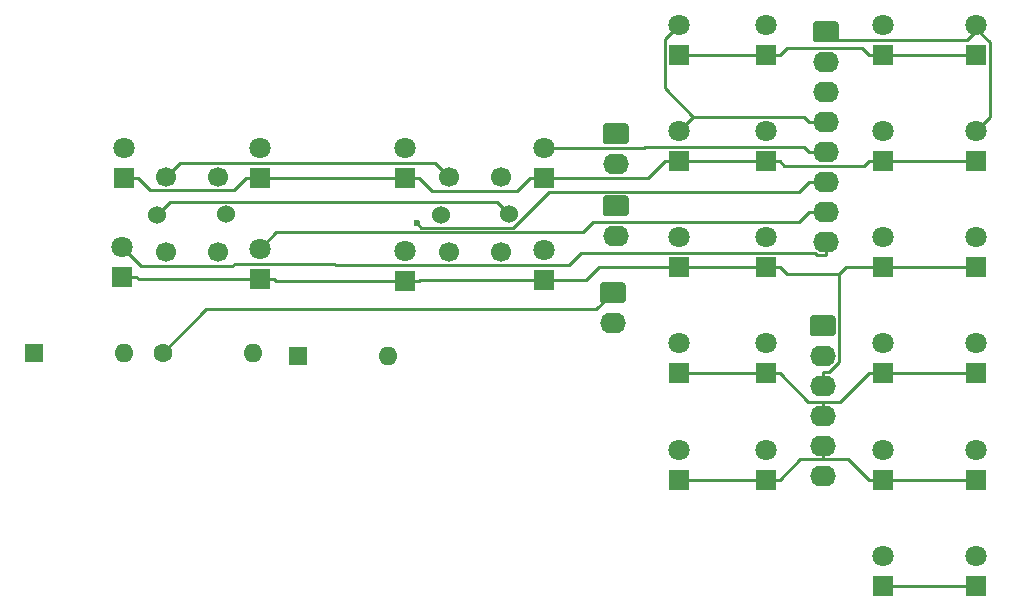
<source format=gbr>
G04 #@! TF.GenerationSoftware,KiCad,Pcbnew,(5.1.5-0-10_14)*
G04 #@! TF.CreationDate,2020-07-26T13:08:41+10:00*
G04 #@! TF.ProjectId,EWI_Left,4557495f-4c65-4667-942e-6b696361645f,-*
G04 #@! TF.SameCoordinates,Original*
G04 #@! TF.FileFunction,Copper,L1,Top*
G04 #@! TF.FilePolarity,Positive*
%FSLAX46Y46*%
G04 Gerber Fmt 4.6, Leading zero omitted, Abs format (unit mm)*
G04 Created by KiCad (PCBNEW (5.1.5-0-10_14)) date 2020-07-26 13:08:41*
%MOMM*%
%LPD*%
G04 APERTURE LIST*
%ADD10O,2.200000X1.740000*%
%ADD11C,0.100000*%
%ADD12O,1.600000X1.600000*%
%ADD13R,1.600000X1.600000*%
%ADD14C,1.524000*%
%ADD15C,1.700000*%
%ADD16C,1.600000*%
%ADD17C,1.800000*%
%ADD18R,1.800000X1.800000*%
%ADD19C,0.600000*%
%ADD20C,0.228600*%
G04 APERTURE END LIST*
D10*
X103786000Y-56588000D03*
G04 #@! TA.AperFunction,ComponentPad*
D11*
G36*
X104660505Y-53179204D02*
G01*
X104684773Y-53182804D01*
X104708572Y-53188765D01*
X104731671Y-53197030D01*
X104753850Y-53207520D01*
X104774893Y-53220132D01*
X104794599Y-53234747D01*
X104812777Y-53251223D01*
X104829253Y-53269401D01*
X104843868Y-53289107D01*
X104856480Y-53310150D01*
X104866970Y-53332329D01*
X104875235Y-53355428D01*
X104881196Y-53379227D01*
X104884796Y-53403495D01*
X104886000Y-53427999D01*
X104886000Y-54668001D01*
X104884796Y-54692505D01*
X104881196Y-54716773D01*
X104875235Y-54740572D01*
X104866970Y-54763671D01*
X104856480Y-54785850D01*
X104843868Y-54806893D01*
X104829253Y-54826599D01*
X104812777Y-54844777D01*
X104794599Y-54861253D01*
X104774893Y-54875868D01*
X104753850Y-54888480D01*
X104731671Y-54898970D01*
X104708572Y-54907235D01*
X104684773Y-54913196D01*
X104660505Y-54916796D01*
X104636001Y-54918000D01*
X102935999Y-54918000D01*
X102911495Y-54916796D01*
X102887227Y-54913196D01*
X102863428Y-54907235D01*
X102840329Y-54898970D01*
X102818150Y-54888480D01*
X102797107Y-54875868D01*
X102777401Y-54861253D01*
X102759223Y-54844777D01*
X102742747Y-54826599D01*
X102728132Y-54806893D01*
X102715520Y-54785850D01*
X102705030Y-54763671D01*
X102696765Y-54740572D01*
X102690804Y-54716773D01*
X102687204Y-54692505D01*
X102686000Y-54668001D01*
X102686000Y-53427999D01*
X102687204Y-53403495D01*
X102690804Y-53379227D01*
X102696765Y-53355428D01*
X102705030Y-53332329D01*
X102715520Y-53310150D01*
X102728132Y-53289107D01*
X102742747Y-53269401D01*
X102759223Y-53251223D01*
X102777401Y-53234747D01*
X102797107Y-53220132D01*
X102818150Y-53207520D01*
X102840329Y-53197030D01*
X102863428Y-53188765D01*
X102887227Y-53182804D01*
X102911495Y-53179204D01*
X102935999Y-53178000D01*
X104636001Y-53178000D01*
X104660505Y-53179204D01*
G37*
G04 #@! TD.AperFunction*
D10*
X103786000Y-50492000D03*
G04 #@! TA.AperFunction,ComponentPad*
D11*
G36*
X104660505Y-47083204D02*
G01*
X104684773Y-47086804D01*
X104708572Y-47092765D01*
X104731671Y-47101030D01*
X104753850Y-47111520D01*
X104774893Y-47124132D01*
X104794599Y-47138747D01*
X104812777Y-47155223D01*
X104829253Y-47173401D01*
X104843868Y-47193107D01*
X104856480Y-47214150D01*
X104866970Y-47236329D01*
X104875235Y-47259428D01*
X104881196Y-47283227D01*
X104884796Y-47307495D01*
X104886000Y-47331999D01*
X104886000Y-48572001D01*
X104884796Y-48596505D01*
X104881196Y-48620773D01*
X104875235Y-48644572D01*
X104866970Y-48667671D01*
X104856480Y-48689850D01*
X104843868Y-48710893D01*
X104829253Y-48730599D01*
X104812777Y-48748777D01*
X104794599Y-48765253D01*
X104774893Y-48779868D01*
X104753850Y-48792480D01*
X104731671Y-48802970D01*
X104708572Y-48811235D01*
X104684773Y-48817196D01*
X104660505Y-48820796D01*
X104636001Y-48822000D01*
X102935999Y-48822000D01*
X102911495Y-48820796D01*
X102887227Y-48817196D01*
X102863428Y-48811235D01*
X102840329Y-48802970D01*
X102818150Y-48792480D01*
X102797107Y-48779868D01*
X102777401Y-48765253D01*
X102759223Y-48748777D01*
X102742747Y-48730599D01*
X102728132Y-48710893D01*
X102715520Y-48689850D01*
X102705030Y-48667671D01*
X102696765Y-48644572D01*
X102690804Y-48620773D01*
X102687204Y-48596505D01*
X102686000Y-48572001D01*
X102686000Y-47331999D01*
X102687204Y-47307495D01*
X102690804Y-47283227D01*
X102696765Y-47259428D01*
X102705030Y-47236329D01*
X102715520Y-47214150D01*
X102728132Y-47193107D01*
X102742747Y-47173401D01*
X102759223Y-47155223D01*
X102777401Y-47138747D01*
X102797107Y-47124132D01*
X102818150Y-47111520D01*
X102840329Y-47101030D01*
X102863428Y-47092765D01*
X102887227Y-47086804D01*
X102911495Y-47083204D01*
X102935999Y-47082000D01*
X104636001Y-47082000D01*
X104660505Y-47083204D01*
G37*
G04 #@! TD.AperFunction*
D10*
X121566000Y-57096000D03*
X121566000Y-54556000D03*
X121566000Y-52016000D03*
X121566000Y-49476000D03*
X121566000Y-46936000D03*
X121566000Y-44396000D03*
X121566000Y-41856000D03*
G04 #@! TA.AperFunction,ComponentPad*
D11*
G36*
X122440505Y-38447204D02*
G01*
X122464773Y-38450804D01*
X122488572Y-38456765D01*
X122511671Y-38465030D01*
X122533850Y-38475520D01*
X122554893Y-38488132D01*
X122574599Y-38502747D01*
X122592777Y-38519223D01*
X122609253Y-38537401D01*
X122623868Y-38557107D01*
X122636480Y-38578150D01*
X122646970Y-38600329D01*
X122655235Y-38623428D01*
X122661196Y-38647227D01*
X122664796Y-38671495D01*
X122666000Y-38695999D01*
X122666000Y-39936001D01*
X122664796Y-39960505D01*
X122661196Y-39984773D01*
X122655235Y-40008572D01*
X122646970Y-40031671D01*
X122636480Y-40053850D01*
X122623868Y-40074893D01*
X122609253Y-40094599D01*
X122592777Y-40112777D01*
X122574599Y-40129253D01*
X122554893Y-40143868D01*
X122533850Y-40156480D01*
X122511671Y-40166970D01*
X122488572Y-40175235D01*
X122464773Y-40181196D01*
X122440505Y-40184796D01*
X122416001Y-40186000D01*
X120715999Y-40186000D01*
X120691495Y-40184796D01*
X120667227Y-40181196D01*
X120643428Y-40175235D01*
X120620329Y-40166970D01*
X120598150Y-40156480D01*
X120577107Y-40143868D01*
X120557401Y-40129253D01*
X120539223Y-40112777D01*
X120522747Y-40094599D01*
X120508132Y-40074893D01*
X120495520Y-40053850D01*
X120485030Y-40031671D01*
X120476765Y-40008572D01*
X120470804Y-39984773D01*
X120467204Y-39960505D01*
X120466000Y-39936001D01*
X120466000Y-38695999D01*
X120467204Y-38671495D01*
X120470804Y-38647227D01*
X120476765Y-38623428D01*
X120485030Y-38600329D01*
X120495520Y-38578150D01*
X120508132Y-38557107D01*
X120522747Y-38537401D01*
X120539223Y-38519223D01*
X120557401Y-38502747D01*
X120577107Y-38488132D01*
X120598150Y-38475520D01*
X120620329Y-38465030D01*
X120643428Y-38456765D01*
X120667227Y-38450804D01*
X120691495Y-38447204D01*
X120715999Y-38446000D01*
X122416001Y-38446000D01*
X122440505Y-38447204D01*
G37*
G04 #@! TD.AperFunction*
D10*
X121312000Y-76908000D03*
X121312000Y-74368000D03*
X121312000Y-71828000D03*
X121312000Y-69288000D03*
X121312000Y-66748000D03*
G04 #@! TA.AperFunction,ComponentPad*
D11*
G36*
X122186505Y-63339204D02*
G01*
X122210773Y-63342804D01*
X122234572Y-63348765D01*
X122257671Y-63357030D01*
X122279850Y-63367520D01*
X122300893Y-63380132D01*
X122320599Y-63394747D01*
X122338777Y-63411223D01*
X122355253Y-63429401D01*
X122369868Y-63449107D01*
X122382480Y-63470150D01*
X122392970Y-63492329D01*
X122401235Y-63515428D01*
X122407196Y-63539227D01*
X122410796Y-63563495D01*
X122412000Y-63587999D01*
X122412000Y-64828001D01*
X122410796Y-64852505D01*
X122407196Y-64876773D01*
X122401235Y-64900572D01*
X122392970Y-64923671D01*
X122382480Y-64945850D01*
X122369868Y-64966893D01*
X122355253Y-64986599D01*
X122338777Y-65004777D01*
X122320599Y-65021253D01*
X122300893Y-65035868D01*
X122279850Y-65048480D01*
X122257671Y-65058970D01*
X122234572Y-65067235D01*
X122210773Y-65073196D01*
X122186505Y-65076796D01*
X122162001Y-65078000D01*
X120461999Y-65078000D01*
X120437495Y-65076796D01*
X120413227Y-65073196D01*
X120389428Y-65067235D01*
X120366329Y-65058970D01*
X120344150Y-65048480D01*
X120323107Y-65035868D01*
X120303401Y-65021253D01*
X120285223Y-65004777D01*
X120268747Y-64986599D01*
X120254132Y-64966893D01*
X120241520Y-64945850D01*
X120231030Y-64923671D01*
X120222765Y-64900572D01*
X120216804Y-64876773D01*
X120213204Y-64852505D01*
X120212000Y-64828001D01*
X120212000Y-63587999D01*
X120213204Y-63563495D01*
X120216804Y-63539227D01*
X120222765Y-63515428D01*
X120231030Y-63492329D01*
X120241520Y-63470150D01*
X120254132Y-63449107D01*
X120268747Y-63429401D01*
X120285223Y-63411223D01*
X120303401Y-63394747D01*
X120323107Y-63380132D01*
X120344150Y-63367520D01*
X120366329Y-63357030D01*
X120389428Y-63348765D01*
X120413227Y-63342804D01*
X120437495Y-63339204D01*
X120461999Y-63338000D01*
X122162001Y-63338000D01*
X122186505Y-63339204D01*
G37*
G04 #@! TD.AperFunction*
D10*
X103532000Y-63954000D03*
G04 #@! TA.AperFunction,ComponentPad*
D11*
G36*
X104406505Y-60545204D02*
G01*
X104430773Y-60548804D01*
X104454572Y-60554765D01*
X104477671Y-60563030D01*
X104499850Y-60573520D01*
X104520893Y-60586132D01*
X104540599Y-60600747D01*
X104558777Y-60617223D01*
X104575253Y-60635401D01*
X104589868Y-60655107D01*
X104602480Y-60676150D01*
X104612970Y-60698329D01*
X104621235Y-60721428D01*
X104627196Y-60745227D01*
X104630796Y-60769495D01*
X104632000Y-60793999D01*
X104632000Y-62034001D01*
X104630796Y-62058505D01*
X104627196Y-62082773D01*
X104621235Y-62106572D01*
X104612970Y-62129671D01*
X104602480Y-62151850D01*
X104589868Y-62172893D01*
X104575253Y-62192599D01*
X104558777Y-62210777D01*
X104540599Y-62227253D01*
X104520893Y-62241868D01*
X104499850Y-62254480D01*
X104477671Y-62264970D01*
X104454572Y-62273235D01*
X104430773Y-62279196D01*
X104406505Y-62282796D01*
X104382001Y-62284000D01*
X102681999Y-62284000D01*
X102657495Y-62282796D01*
X102633227Y-62279196D01*
X102609428Y-62273235D01*
X102586329Y-62264970D01*
X102564150Y-62254480D01*
X102543107Y-62241868D01*
X102523401Y-62227253D01*
X102505223Y-62210777D01*
X102488747Y-62192599D01*
X102474132Y-62172893D01*
X102461520Y-62151850D01*
X102451030Y-62129671D01*
X102442765Y-62106572D01*
X102436804Y-62082773D01*
X102433204Y-62058505D01*
X102432000Y-62034001D01*
X102432000Y-60793999D01*
X102433204Y-60769495D01*
X102436804Y-60745227D01*
X102442765Y-60721428D01*
X102451030Y-60698329D01*
X102461520Y-60676150D01*
X102474132Y-60655107D01*
X102488747Y-60635401D01*
X102505223Y-60617223D01*
X102523401Y-60600747D01*
X102543107Y-60586132D01*
X102564150Y-60573520D01*
X102586329Y-60563030D01*
X102609428Y-60554765D01*
X102633227Y-60548804D01*
X102657495Y-60545204D01*
X102681999Y-60544000D01*
X104382001Y-60544000D01*
X104406505Y-60545204D01*
G37*
G04 #@! TD.AperFunction*
D12*
X84482000Y-66748000D03*
D13*
X76862000Y-66748000D03*
D12*
X62130000Y-66494000D03*
D13*
X54510000Y-66494000D03*
D14*
X88966900Y-54798900D03*
X94757900Y-54758900D03*
D15*
X89677900Y-57933900D03*
X89677900Y-51583900D03*
X94122900Y-57933900D03*
X94122900Y-51583900D03*
D14*
X64986900Y-54798900D03*
X70777900Y-54758900D03*
D15*
X65697900Y-57933900D03*
X65697900Y-51583900D03*
X70142900Y-57933900D03*
X70142900Y-51583900D03*
D12*
X73052000Y-66494000D03*
D16*
X65432000Y-66494000D03*
D17*
X62020000Y-57530000D03*
D18*
X62020000Y-60070000D03*
D17*
X62130000Y-49190000D03*
D18*
X62130000Y-51730000D03*
D17*
X73660000Y-57710000D03*
D18*
X73660000Y-60250000D03*
D17*
X73690000Y-49190000D03*
D18*
X73690000Y-51730000D03*
D17*
X85940000Y-57880000D03*
D18*
X85940000Y-60420000D03*
D17*
X85970000Y-49150000D03*
D18*
X85970000Y-51690000D03*
D17*
X97720000Y-57810000D03*
D18*
X97720000Y-60350000D03*
D17*
X97750000Y-49150000D03*
D18*
X97750000Y-51690000D03*
D17*
X109120000Y-74698900D03*
D18*
X109120000Y-77238900D03*
D17*
X109120000Y-65708900D03*
D18*
X109120000Y-68248900D03*
D17*
X109120000Y-56718900D03*
D18*
X109120000Y-59258900D03*
D17*
X109120000Y-47728900D03*
D18*
X109120000Y-50268900D03*
D17*
X109120000Y-38728900D03*
D18*
X109120000Y-41268900D03*
D17*
X116486000Y-74698900D03*
D18*
X116486000Y-77238900D03*
D17*
X116486000Y-65708900D03*
D18*
X116486000Y-68248900D03*
D17*
X116486000Y-56718900D03*
D18*
X116486000Y-59258900D03*
D17*
X116486000Y-47728900D03*
D18*
X116486000Y-50268900D03*
D17*
X116486000Y-38728900D03*
D18*
X116486000Y-41268900D03*
D17*
X126392000Y-83688900D03*
D18*
X126392000Y-86228900D03*
D17*
X126392000Y-74698900D03*
D18*
X126392000Y-77238900D03*
D17*
X126392000Y-65708900D03*
D18*
X126392000Y-68248900D03*
D17*
X126392000Y-56718900D03*
D18*
X126392000Y-59258900D03*
D17*
X126392000Y-47728900D03*
D18*
X126392000Y-50268900D03*
D17*
X126392000Y-38728900D03*
D18*
X126392000Y-41268900D03*
D17*
X134266000Y-83688900D03*
D18*
X134266000Y-86228900D03*
D17*
X134266000Y-74698900D03*
D18*
X134266000Y-77238900D03*
D17*
X134266000Y-65708900D03*
D18*
X134266000Y-68248900D03*
D17*
X134266000Y-56718900D03*
D18*
X134266000Y-59258900D03*
D17*
X134266000Y-47728900D03*
D18*
X134266000Y-50268900D03*
D17*
X134266000Y-38728900D03*
D18*
X134266000Y-41268900D03*
D19*
X86965200Y-55540900D03*
D20*
X116486000Y-41268900D02*
X117678400Y-41268900D01*
X126392000Y-41268900D02*
X125199600Y-41268900D01*
X125199600Y-41268900D02*
X124612600Y-40681900D01*
X124612600Y-40681900D02*
X118265400Y-40681900D01*
X118265400Y-40681900D02*
X117678400Y-41268900D01*
X134266000Y-41268900D02*
X126392000Y-41268900D01*
X116486000Y-41268900D02*
X109120000Y-41268900D01*
X134266000Y-39219000D02*
X134449100Y-39219000D01*
X134449100Y-39219000D02*
X135458500Y-40228400D01*
X135458500Y-40228400D02*
X135458500Y-46536400D01*
X135458500Y-46536400D02*
X134266000Y-47728900D01*
X121566000Y-39316000D02*
X122231300Y-39981300D01*
X122231300Y-39981300D02*
X133503700Y-39981300D01*
X133503700Y-39981300D02*
X134266000Y-39219000D01*
X134266000Y-39219000D02*
X134266000Y-38728900D01*
X85970000Y-51690000D02*
X87162400Y-51690000D01*
X97750000Y-51690000D02*
X96557600Y-51690000D01*
X96557600Y-51690000D02*
X95458200Y-52789400D01*
X95458200Y-52789400D02*
X88261800Y-52789400D01*
X88261800Y-52789400D02*
X87162400Y-51690000D01*
X107927600Y-50268900D02*
X106506500Y-51690000D01*
X106506500Y-51690000D02*
X97750000Y-51690000D01*
X116486000Y-50268900D02*
X117678400Y-50268900D01*
X126392000Y-50268900D02*
X125199600Y-50268900D01*
X125199600Y-50268900D02*
X124819500Y-50649000D01*
X124819500Y-50649000D02*
X118058500Y-50649000D01*
X118058500Y-50649000D02*
X117678400Y-50268900D01*
X134266000Y-50268900D02*
X126392000Y-50268900D01*
X73690000Y-51730000D02*
X74882400Y-51730000D01*
X85970000Y-51690000D02*
X74922400Y-51690000D01*
X74922400Y-51690000D02*
X74882400Y-51730000D01*
X62130000Y-51730000D02*
X63322400Y-51730000D01*
X73690000Y-51730000D02*
X72497600Y-51730000D01*
X72497600Y-51730000D02*
X71497900Y-52729700D01*
X71497900Y-52729700D02*
X64322100Y-52729700D01*
X64322100Y-52729700D02*
X63322400Y-51730000D01*
X109120000Y-50268900D02*
X107927600Y-50268900D01*
X116486000Y-50268900D02*
X109120000Y-50268900D01*
X116486000Y-59258900D02*
X117678400Y-59258900D01*
X122715500Y-59856400D02*
X118275900Y-59856400D01*
X118275900Y-59856400D02*
X117678400Y-59258900D01*
X122715500Y-59856400D02*
X123313000Y-59258900D01*
X123313000Y-59258900D02*
X126392000Y-59258900D01*
X121312000Y-68125600D02*
X121845800Y-68125600D01*
X121845800Y-68125600D02*
X122715500Y-67255900D01*
X122715500Y-67255900D02*
X122715500Y-59856400D01*
X85940000Y-60420000D02*
X87132400Y-60420000D01*
X97720000Y-60350000D02*
X87202400Y-60350000D01*
X87202400Y-60350000D02*
X87132400Y-60420000D01*
X109120000Y-59258900D02*
X102382000Y-59258900D01*
X102382000Y-59258900D02*
X101290900Y-60350000D01*
X101290900Y-60350000D02*
X97720000Y-60350000D01*
X116486000Y-59258900D02*
X109120000Y-59258900D01*
X73660000Y-60250000D02*
X74852400Y-60250000D01*
X85940000Y-60420000D02*
X75022400Y-60420000D01*
X75022400Y-60420000D02*
X74852400Y-60250000D01*
X121312000Y-69288000D02*
X121312000Y-68125600D01*
X62020000Y-60070000D02*
X63212400Y-60070000D01*
X73660000Y-60250000D02*
X63392400Y-60250000D01*
X63392400Y-60250000D02*
X63212400Y-60070000D01*
X134266000Y-59258900D02*
X126392000Y-59258900D01*
X116486000Y-68248900D02*
X117678400Y-68248900D01*
X117678400Y-68248900D02*
X120095100Y-70665600D01*
X120095100Y-70665600D02*
X121312000Y-70665600D01*
X109120000Y-68248900D02*
X116486000Y-68248900D01*
X126392000Y-68248900D02*
X125199600Y-68248900D01*
X121312000Y-71828000D02*
X121312000Y-70665600D01*
X125199600Y-68248900D02*
X122782900Y-70665600D01*
X122782900Y-70665600D02*
X121312000Y-70665600D01*
X134266000Y-68248900D02*
X126392000Y-68248900D01*
X126392000Y-77238900D02*
X125199600Y-77238900D01*
X125199600Y-77238900D02*
X123491100Y-75530400D01*
X123491100Y-75530400D02*
X121312000Y-75530400D01*
X134266000Y-77238900D02*
X126392000Y-77238900D01*
X116486000Y-77238900D02*
X117678400Y-77238900D01*
X121312000Y-74368000D02*
X121312000Y-75530400D01*
X117678400Y-77238900D02*
X119386900Y-75530400D01*
X119386900Y-75530400D02*
X121312000Y-75530400D01*
X109120000Y-77238900D02*
X116486000Y-77238900D01*
X134266000Y-86228900D02*
X126392000Y-86228900D01*
X110341600Y-46507300D02*
X109120000Y-47728900D01*
X120173600Y-46936000D02*
X119744900Y-46507300D01*
X119744900Y-46507300D02*
X110341600Y-46507300D01*
X109120000Y-38728900D02*
X107927500Y-39921400D01*
X107927500Y-39921400D02*
X107927500Y-44093200D01*
X107927500Y-44093200D02*
X110341600Y-46507300D01*
X121566000Y-46936000D02*
X120173600Y-46936000D01*
X121566000Y-49476000D02*
X120173600Y-49476000D01*
X97750000Y-49150000D02*
X106195600Y-49150000D01*
X106195600Y-49150000D02*
X106269200Y-49076400D01*
X106269200Y-49076400D02*
X119774000Y-49076400D01*
X119774000Y-49076400D02*
X120173600Y-49476000D01*
X86965200Y-55540900D02*
X87325700Y-55901400D01*
X87325700Y-55901400D02*
X95112300Y-55901400D01*
X95112300Y-55901400D02*
X98129200Y-52884500D01*
X98129200Y-52884500D02*
X119305100Y-52884500D01*
X119305100Y-52884500D02*
X120173600Y-52016000D01*
X121566000Y-52016000D02*
X120173600Y-52016000D01*
X73660000Y-57710000D02*
X75061900Y-56308100D01*
X75061900Y-56308100D02*
X100988700Y-56308100D01*
X100988700Y-56308100D02*
X101882800Y-55414000D01*
X101882800Y-55414000D02*
X119315600Y-55414000D01*
X119315600Y-55414000D02*
X120173600Y-54556000D01*
X121566000Y-54556000D02*
X120173600Y-54556000D01*
X121566000Y-57096000D02*
X121566000Y-58258400D01*
X62020000Y-57530000D02*
X63600700Y-59110700D01*
X63600700Y-59110700D02*
X71354200Y-59110700D01*
X71354200Y-59110700D02*
X71448900Y-59016000D01*
X71448900Y-59016000D02*
X79984200Y-59016000D01*
X79984200Y-59016000D02*
X80054900Y-59086700D01*
X80054900Y-59086700D02*
X99850800Y-59086700D01*
X99850800Y-59086700D02*
X100871100Y-58066400D01*
X100871100Y-58066400D02*
X120662500Y-58066400D01*
X120662500Y-58066400D02*
X120854500Y-58258400D01*
X120854500Y-58258400D02*
X121566000Y-58258400D01*
X65432000Y-66494000D02*
X69134500Y-62791500D01*
X69134500Y-62791500D02*
X102154500Y-62791500D01*
X102154500Y-62791500D02*
X103532000Y-61414000D01*
X65697900Y-51583900D02*
X66861800Y-50420000D01*
X66861800Y-50420000D02*
X88514000Y-50420000D01*
X88514000Y-50420000D02*
X89677900Y-51583900D01*
X64986900Y-54798900D02*
X66081300Y-53704500D01*
X66081300Y-53704500D02*
X93703500Y-53704500D01*
X93703500Y-53704500D02*
X94757900Y-54758900D01*
M02*

</source>
